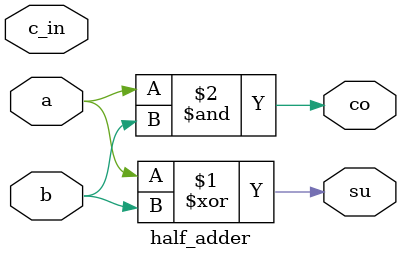
<source format=v>
module carryRippleAdder32(input [31:0] a, b,
                          input c_in,
                          output [31:0] sum);
	wire c_in28, co;
	carryRippleAdder16 m1(c_in28, sum[15:0], a[15:0], b[15:0], c_in);
	carryRippleAdder16 m2(co, sum[31:15], a[31:15], b[31:15], c_in28);
endmodule

module carryRippleAdder16(input [15:0] a, b,
                          input c_in,
                          output [15:0] sum);
    wire c_in4, c_in8, c_in12, co;
    carryRippleAdder4 m1(c_in4, sum[3:0], a[3:0], b[3:0], c_in);
    carryRippleAdder4 m2(c_in8, sum[7:4], a[7:4], b[7:4], c_in4);
    carryRippleAdder4 m3(c_in12, sum[11:8], a[11:8], b[11:8], c_in8);
    carryRippleAdder4 m4(co, sum[15:12], a[15:12], b[15:12], c_in12);
endmodule

module carryRippleAdder4(input [3:0] a, b,
                         input c_in,
                         output [3:0] sum,
                         output co);

    wire c_in2, c_in3, c_in4;
    full_adder m1(c_in2, sum[0], a[0], b[0], c_in);
    full_adder m2(c_in3, sum[1], a[1], b[1], c_in2);
    full_adder m3(c_in4, sum[2], a[2], b[2], c_in3);
    full_adder m4(co, sum[3], a[3], b[3], c_in4);
endmodule

module full_adder(input a, b, c_in,
                  output su, co);

    wire w1, w2, w3;
    half_adder m1(w2, w1, a, b);
    half_adder m2(w3, su, c_in, w1);
    or m3(co, w2, w3);
endmodule

module half_adder(input a, b, c_in,
                  output su, co);
    xor m1(su, a, b);
    and m2(co, a, b);
endmodule
//End of code
</source>
